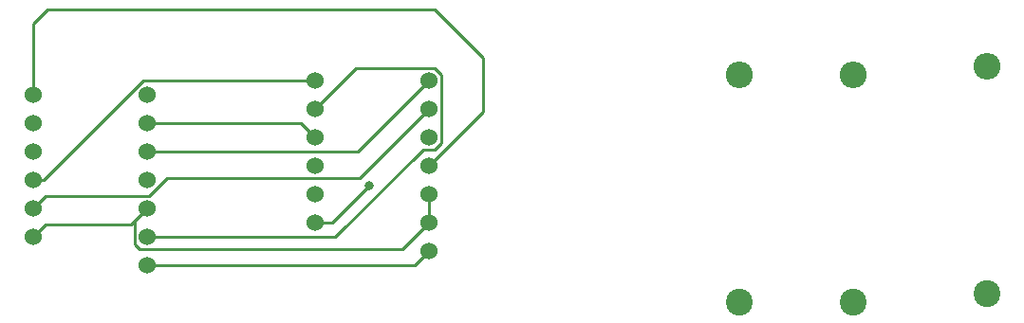
<source format=gbr>
%TF.GenerationSoftware,KiCad,Pcbnew,(5.1.9)-1*%
%TF.CreationDate,2021-10-21T17:43:52-05:00*%
%TF.ProjectId,tutorial,7475746f-7269-4616-9c2e-6b696361645f,rev?*%
%TF.SameCoordinates,Original*%
%TF.FileFunction,Copper,L1,Top*%
%TF.FilePolarity,Positive*%
%FSLAX46Y46*%
G04 Gerber Fmt 4.6, Leading zero omitted, Abs format (unit mm)*
G04 Created by KiCad (PCBNEW (5.1.9)-1) date 2021-10-21 17:43:52*
%MOMM*%
%LPD*%
G01*
G04 APERTURE LIST*
%TA.AperFunction,ComponentPad*%
%ADD10C,1.524000*%
%TD*%
%TA.AperFunction,ComponentPad*%
%ADD11O,2.400000X2.400000*%
%TD*%
%TA.AperFunction,ComponentPad*%
%ADD12C,2.400000*%
%TD*%
%TA.AperFunction,ViaPad*%
%ADD13C,0.800000*%
%TD*%
%TA.AperFunction,Conductor*%
%ADD14C,0.250000*%
%TD*%
G04 APERTURE END LIST*
D10*
%TO.P,U2,13*%
%TO.N,Net-(R3-Pad2)*%
X135636000Y-59182000D03*
%TO.P,U2,12*%
%TO.N,Net-(U2-Pad11)*%
X135636000Y-56642000D03*
%TO.P,U2,11*%
X135636000Y-54102000D03*
%TO.P,U2,10*%
%TO.N,PIN_0*%
X135636000Y-51562000D03*
%TO.P,U2,9*%
%TO.N,Net-(U1-Pad2)*%
X135636000Y-49022000D03*
%TO.P,U2,8*%
%TO.N,Net-(U1-Pad11)*%
X135636000Y-46482000D03*
%TO.P,U2,7*%
%TO.N,Net-(U1-Pad5)*%
X145796000Y-46482000D03*
%TO.P,U2,6*%
%TO.N,Net-(U1-Pad12)*%
X145796000Y-49022000D03*
%TO.P,U2,5*%
%TO.N,Net-(U1-Pad4)*%
X145796000Y-51562000D03*
%TO.P,U2,4*%
%TO.N,Net-(U1-Pad8)*%
X145796000Y-54102000D03*
%TO.P,U2,3*%
%TO.N,Net-(U1-Pad13)*%
X145796000Y-56642000D03*
%TO.P,U2,2*%
X145796000Y-59182000D03*
%TO.P,U2,1*%
%TO.N,Net-(U1-Pad1)*%
X145796000Y-61722000D03*
%TD*%
%TO.P,U1,13*%
%TO.N,Net-(U1-Pad13)*%
X110490000Y-60452000D03*
%TO.P,U1,12*%
%TO.N,Net-(U1-Pad12)*%
X110490000Y-57912000D03*
%TO.P,U1,11*%
%TO.N,Net-(U1-Pad11)*%
X110490000Y-55372000D03*
%TO.P,U1,10*%
%TO.N,Net-(U1-Pad10)*%
X110490000Y-52832000D03*
%TO.P,U1,9*%
%TO.N,Net-(U1-Pad9)*%
X110490000Y-50292000D03*
%TO.P,U1,8*%
%TO.N,Net-(U1-Pad8)*%
X110490000Y-47752000D03*
%TO.P,U1,7*%
%TO.N,Net-(U1-Pad7)*%
X120650000Y-47752000D03*
%TO.P,U1,6*%
%TO.N,PIN_0*%
X120650000Y-50292000D03*
%TO.P,U1,5*%
%TO.N,Net-(U1-Pad5)*%
X120650000Y-52832000D03*
%TO.P,U1,4*%
%TO.N,Net-(U1-Pad4)*%
X120650000Y-55372000D03*
%TO.P,U1,3*%
%TO.N,Net-(U1-Pad13)*%
X120650000Y-57912000D03*
%TO.P,U1,2*%
%TO.N,Net-(U1-Pad2)*%
X120650000Y-60452000D03*
%TO.P,U1,1*%
%TO.N,Net-(U1-Pad1)*%
X120650000Y-62992000D03*
%TD*%
D11*
%TO.P,R3,2*%
%TO.N,Net-(R3-Pad2)*%
X183642000Y-45974000D03*
D12*
%TO.P,R3,1*%
%TO.N,GND*%
X183642000Y-66294000D03*
%TD*%
D11*
%TO.P,R2,2*%
%TO.N,GND*%
X195580000Y-45212000D03*
D12*
%TO.P,R2,1*%
%TO.N,Net-(R1-Pad1)*%
X195580000Y-65532000D03*
%TD*%
D11*
%TO.P,R1,2*%
%TO.N,GND*%
X173482000Y-45974000D03*
D12*
%TO.P,R1,1*%
%TO.N,Net-(R1-Pad1)*%
X173482000Y-66294000D03*
%TD*%
D13*
%TO.N,Net-(R3-Pad2)*%
X140462000Y-55880000D03*
%TD*%
D14*
%TO.N,Net-(R3-Pad2)*%
X135636000Y-59182000D02*
X137160000Y-59182000D01*
X137160000Y-59182000D02*
X140462000Y-55880000D01*
X140462000Y-55880000D02*
X140462000Y-55880000D01*
%TO.N,Net-(U1-Pad13)*%
X119197001Y-59364999D02*
X120650000Y-57912000D01*
X111577001Y-59364999D02*
X119197001Y-59364999D01*
X110490000Y-60452000D02*
X111577001Y-59364999D01*
X119959001Y-61539001D02*
X143438999Y-61539001D01*
X119562999Y-61142999D02*
X119959001Y-61539001D01*
X143438999Y-61539001D02*
X145796000Y-59182000D01*
X119562999Y-58999001D02*
X119562999Y-61142999D01*
X120650000Y-57912000D02*
X119562999Y-58999001D01*
X145796000Y-56642000D02*
X145796000Y-59182000D01*
%TO.N,Net-(U1-Pad12)*%
X111577001Y-56824999D02*
X110490000Y-57912000D01*
X120805763Y-56824999D02*
X111577001Y-56824999D01*
X122441761Y-55189001D02*
X120805763Y-56824999D01*
X139628999Y-55189001D02*
X122441761Y-55189001D01*
X145796000Y-49022000D02*
X139628999Y-55189001D01*
%TO.N,Net-(U1-Pad11)*%
X111421238Y-55372000D02*
X110490000Y-55372000D01*
X120311238Y-46482000D02*
X111421238Y-55372000D01*
X135636000Y-46482000D02*
X120311238Y-46482000D01*
%TO.N,Net-(U1-Pad8)*%
X110490000Y-47752000D02*
X110490000Y-41402000D01*
X110490000Y-41402000D02*
X111760000Y-40132000D01*
X111760000Y-40132000D02*
X146304000Y-40132000D01*
X146304000Y-40132000D02*
X150622000Y-44450000D01*
X150622000Y-49276000D02*
X145796000Y-54102000D01*
X150622000Y-44450000D02*
X150622000Y-49276000D01*
%TO.N,PIN_0*%
X134366000Y-50292000D02*
X135636000Y-51562000D01*
X120650000Y-50292000D02*
X134366000Y-50292000D01*
%TO.N,Net-(U1-Pad5)*%
X139446000Y-52832000D02*
X145796000Y-46482000D01*
X120650000Y-52832000D02*
X139446000Y-52832000D01*
%TO.N,Net-(U1-Pad2)*%
X139263001Y-45394999D02*
X135636000Y-49022000D01*
X146317761Y-45394999D02*
X139263001Y-45394999D01*
X146883001Y-52083761D02*
X146883001Y-45960239D01*
X146317761Y-52649001D02*
X146883001Y-52083761D01*
X145274239Y-52649001D02*
X146317761Y-52649001D01*
X146883001Y-45960239D02*
X146317761Y-45394999D01*
X137471240Y-60452000D02*
X145274239Y-52649001D01*
X120650000Y-60452000D02*
X137471240Y-60452000D01*
%TO.N,Net-(U1-Pad1)*%
X144526000Y-62992000D02*
X145796000Y-61722000D01*
X120650000Y-62992000D02*
X144526000Y-62992000D01*
%TD*%
M02*

</source>
